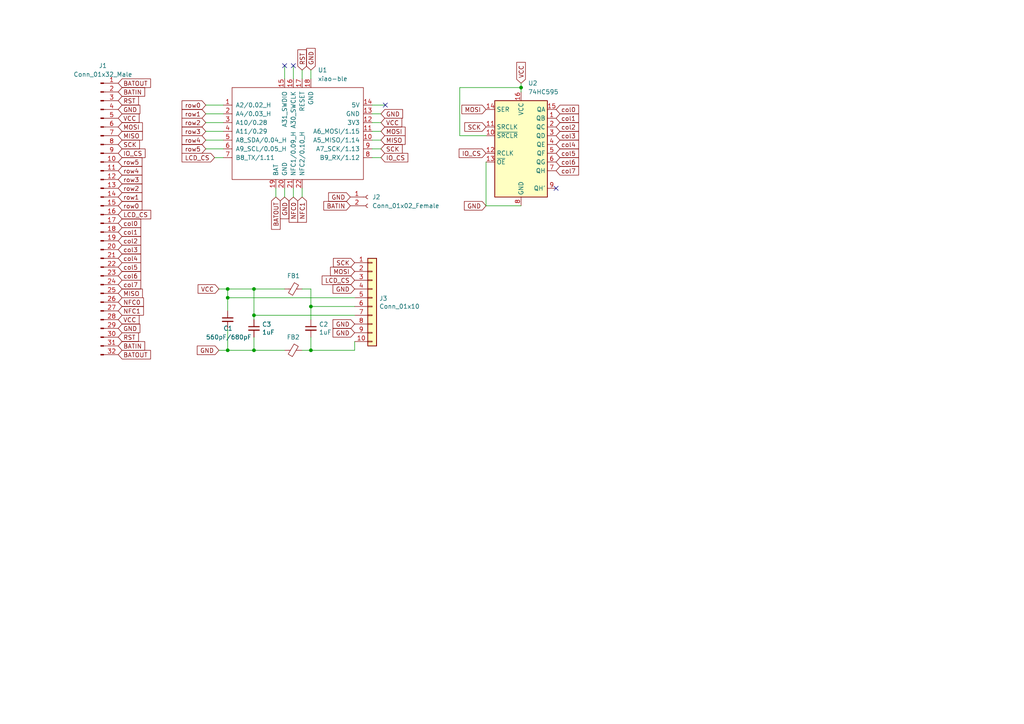
<source format=kicad_sch>
(kicad_sch (version 20211123) (generator eeschema)
  (paper "A4")
  (lib_symbols
    (symbol "74xx:74HC595"
      (property "Reference" "U" (at -7.62 13.97 0))
      (property "Value" "74HC595" (at -7.62 -16.51 0))
      (symbol "74HC595_1_0"
        (pin tri_state line (at 10.16 7.62 180) (length 2.54) (name "QB") (number "1"))
        (pin input line (at -10.16 2.54 0) (length 2.54) (name "~{SRCLR}") (number "10"))
        (pin input line (at -10.16 5.08 0) (length 2.54) (name "SRCLK") (number "11"))
        (pin input line (at -10.16 -2.54 0) (length 2.54) (name "RCLK") (number "12"))
        (pin input line (at -10.16 -5.08 0) (length 2.54) (name "~{OE}") (number "13"))
        (pin input line (at -10.16 10.16 0) (length 2.54) (name "SER") (number "14"))
        (pin tri_state line (at 10.16 10.16 180) (length 2.54) (name "QA") (number "15"))
        (pin power_in line (at 0 15.24 270) (length 2.54) (name "VCC") (number "16"))
        (pin tri_state line (at 10.16 5.08 180) (length 2.54) (name "QC") (number "2"))
        (pin tri_state line (at 10.16 2.54 180) (length 2.54) (name "QD") (number "3"))
        (pin tri_state line (at 10.16 0 180) (length 2.54) (name "QE") (number "4"))
        (pin tri_state line (at 10.16 -2.54 180) (length 2.54) (name "QF") (number "5"))
        (pin tri_state line (at 10.16 -5.08 180) (length 2.54) (name "QG") (number "6"))
        (pin tri_state line (at 10.16 -7.62 180) (length 2.54) (name "QH") (number "7"))
        (pin power_in line (at 0 -17.78 90) (length 2.54) (name "GND") (number "8"))
        (pin output line (at 10.16 -12.7 180) (length 2.54) (name "QH'") (number "9"))
      )
      (symbol "74HC595_1_1"
        (rectangle (start -7.62 12.7) (end 7.62 -15.24) (stroke (width 0.254)) (fill (type background)))
      )
    )
    (symbol "Connector:Conn_01x02_Female" (pin_names (offset 1.016) hide)
      (property "Reference" "J" (at 0 2.54 0))
      (property "Value" "Conn_01x02_Female" (at 0 -5.08 0))
      (symbol "Conn_01x02_Female_1_1"
        (arc (start 0 -2.032) (mid -0.508 -2.54) (end 0 -3.048) (stroke (width 0.1524)))
        (polyline (pts (xy -1.27 -2.54) (xy -0.508 -2.54)) (stroke (width 0.1524)))
        (polyline (pts (xy -1.27 0) (xy -0.508 0)) (stroke (width 0.1524)))
        (arc (start 0 0.508) (mid -0.508 0) (end 0 -0.508) (stroke (width 0.1524)))
        (pin passive line (at -5.08 0 0) (length 3.81) (name "Pin_1") (number "1"))
        (pin passive line (at -5.08 -2.54 0) (length 3.81) (name "Pin_2") (number "2"))
      )
    )
    (symbol "Connector:Conn_01x32_Male" (pin_names (offset 1.016) hide)
      (property "Reference" "J" (at 0 40.64 0))
      (property "Value" "Conn_01x32_Male" (at 0 -43.18 0))
      (symbol "Conn_01x32_Male_1_1"
        (polyline (pts (xy 1.27 -40.64) (xy 0.8636 -40.64)) (stroke (width 0.1524)))
        (polyline (pts (xy 1.27 -38.1) (xy 0.8636 -38.1)) (stroke (width 0.1524)))
        (polyline (pts (xy 1.27 -35.56) (xy 0.8636 -35.56)) (stroke (width 0.1524)))
        (polyline (pts (xy 1.27 -33.02) (xy 0.8636 -33.02)) (stroke (width 0.1524)))
        (polyline (pts (xy 1.27 -30.48) (xy 0.8636 -30.48)) (stroke (width 0.1524)))
        (polyline (pts (xy 1.27 -27.94) (xy 0.8636 -27.94)) (stroke (width 0.1524)))
        (polyline (pts (xy 1.27 -25.4) (xy 0.8636 -25.4)) (stroke (width 0.1524)))
        (polyline (pts (xy 1.27 -22.86) (xy 0.8636 -22.86)) (stroke (width 0.1524)))
        (polyline (pts (xy 1.27 -20.32) (xy 0.8636 -20.32)) (stroke (width 0.1524)))
        (polyline (pts (xy 1.27 -17.78) (xy 0.8636 -17.78)) (stroke (width 0.1524)))
        (polyline (pts (xy 1.27 -15.24) (xy 0.8636 -15.24)) (stroke (width 0.1524)))
        (polyline (pts (xy 1.27 -12.7) (xy 0.8636 -12.7)) (stroke (width 0.1524)))
        (polyline (pts (xy 1.27 -10.16) (xy 0.8636 -10.16)) (stroke (width 0.1524)))
        (polyline (pts (xy 1.27 -7.62) (xy 0.8636 -7.62)) (stroke (width 0.1524)))
        (polyline (pts (xy 1.27 -5.08) (xy 0.8636 -5.08)) (stroke (width 0.1524)))
        (polyline (pts (xy 1.27 -2.54) (xy 0.8636 -2.54)) (stroke (width 0.1524)))
        (polyline (pts (xy 1.27 0) (xy 0.8636 0)) (stroke (width 0.1524)))
        (polyline (pts (xy 1.27 2.54) (xy 0.8636 2.54)) (stroke (width 0.1524)))
        (polyline (pts (xy 1.27 5.08) (xy 0.8636 5.08)) (stroke (width 0.1524)))
        (polyline (pts (xy 1.27 7.62) (xy 0.8636 7.62)) (stroke (width 0.1524)))
        (polyline (pts (xy 1.27 10.16) (xy 0.8636 10.16)) (stroke (width 0.1524)))
        (polyline (pts (xy 1.27 12.7) (xy 0.8636 12.7)) (stroke (width 0.1524)))
        (polyline (pts (xy 1.27 15.24) (xy 0.8636 15.24)) (stroke (width 0.1524)))
        (polyline (pts (xy 1.27 17.78) (xy 0.8636 17.78)) (stroke (width 0.1524)))
        (polyline (pts (xy 1.27 20.32) (xy 0.8636 20.32)) (stroke (width 0.1524)))
        (polyline (pts (xy 1.27 22.86) (xy 0.8636 22.86)) (stroke (width 0.1524)))
        (polyline (pts (xy 1.27 25.4) (xy 0.8636 25.4)) (stroke (width 0.1524)))
        (polyline (pts (xy 1.27 27.94) (xy 0.8636 27.94)) (stroke (width 0.1524)))
        (polyline (pts (xy 1.27 30.48) (xy 0.8636 30.48)) (stroke (width 0.1524)))
        (polyline (pts (xy 1.27 33.02) (xy 0.8636 33.02)) (stroke (width 0.1524)))
        (polyline (pts (xy 1.27 35.56) (xy 0.8636 35.56)) (stroke (width 0.1524)))
        (polyline (pts (xy 1.27 38.1) (xy 0.8636 38.1)) (stroke (width 0.1524)))
        (rectangle (start 0.8636 -40.513) (end 0 -40.767) (stroke (width 0.1524)) (fill (type outline)))
        (rectangle (start 0.8636 -37.973) (end 0 -38.227) (stroke (width 0.1524)) (fill (type outline)))
        (rectangle (start 0.8636 -35.433) (end 0 -35.687) (stroke (width 0.1524)) (fill (type outline)))
        (rectangle (start 0.8636 -32.893) (end 0 -33.147) (stroke (width 0.1524)) (fill (type outline)))
        (rectangle (start 0.8636 -30.353) (end 0 -30.607) (stroke (width 0.1524)) (fill (type outline)))
        (rectangle (start 0.8636 -27.813) (end 0 -28.067) (stroke (width 0.1524)) (fill (type outline)))
        (rectangle (start 0.8636 -25.273) (end 0 -25.527) (stroke (width 0.1524)) (fill (type outline)))
        (rectangle (start 0.8636 -22.733) (end 0 -22.987) (stroke (width 0.1524)) (fill (type outline)))
        (rectangle (start 0.8636 -20.193) (end 0 -20.447) (stroke (width 0.1524)) (fill (type outline)))
        (rectangle (start 0.8636 -17.653) (end 0 -17.907) (stroke (width 0.1524)) (fill (type outline)))
        (rectangle (start 0.8636 -15.113) (end 0 -15.367) (stroke (width 0.1524)) (fill (type outline)))
        (rectangle (start 0.8636 -12.573) (end 0 -12.827) (stroke (width 0.1524)) (fill (type outline)))
        (rectangle (start 0.8636 -10.033) (end 0 -10.287) (stroke (width 0.1524)) (fill (type outline)))
        (rectangle (start 0.8636 -7.493) (end 0 -7.747) (stroke (width 0.1524)) (fill (type outline)))
        (rectangle (start 0.8636 -4.953) (end 0 -5.207) (stroke (width 0.1524)) (fill (type outline)))
        (rectangle (start 0.8636 -2.413) (end 0 -2.667) (stroke (width 0.1524)) (fill (type outline)))
        (rectangle (start 0.8636 0.127) (end 0 -0.127) (stroke (width 0.1524)) (fill (type outline)))
        (rectangle (start 0.8636 2.667) (end 0 2.413) (stroke (width 0.1524)) (fill (type outline)))
        (rectangle (start 0.8636 5.207) (end 0 4.953) (stroke (width 0.1524)) (fill (type outline)))
        (rectangle (start 0.8636 7.747) (end 0 7.493) (stroke (width 0.1524)) (fill (type outline)))
        (rectangle (start 0.8636 10.287) (end 0 10.033) (stroke (width 0.1524)) (fill (type outline)))
        (rectangle (start 0.8636 12.827) (end 0 12.573) (stroke (width 0.1524)) (fill (type outline)))
        (rectangle (start 0.8636 15.367) (end 0 15.113) (stroke (width 0.1524)) (fill (type outline)))
        (rectangle (start 0.8636 17.907) (end 0 17.653) (stroke (width 0.1524)) (fill (type outline)))
        (rectangle (start 0.8636 20.447) (end 0 20.193) (stroke (width 0.1524)) (fill (type outline)))
        (rectangle (start 0.8636 22.987) (end 0 22.733) (stroke (width 0.1524)) (fill (type outline)))
        (rectangle (start 0.8636 25.527) (end 0 25.273) (stroke (width 0.1524)) (fill (type outline)))
        (rectangle (start 0.8636 28.067) (end 0 27.813) (stroke (width 0.1524)) (fill (type outline)))
        (rectangle (start 0.8636 30.607) (end 0 30.353) (stroke (width 0.1524)) (fill (type outline)))
        (rectangle (start 0.8636 33.147) (end 0 32.893) (stroke (width 0.1524)) (fill (type outline)))
        (rectangle (start 0.8636 35.687) (end 0 35.433) (stroke (width 0.1524)) (fill (type outline)))
        (rectangle (start 0.8636 38.227) (end 0 37.973) (stroke (width 0.1524)) (fill (type outline)))
        (pin passive line (at 5.08 38.1 180) (length 3.81) (name "Pin_1") (number "1"))
        (pin passive line (at 5.08 15.24 180) (length 3.81) (name "Pin_10") (number "10"))
        (pin passive line (at 5.08 12.7 180) (length 3.81) (name "Pin_11") (number "11"))
        (pin passive line (at 5.08 10.16 180) (length 3.81) (name "Pin_12") (number "12"))
        (pin passive line (at 5.08 7.62 180) (length 3.81) (name "Pin_13") (number "13"))
        (pin passive line (at 5.08 5.08 180) (length 3.81) (name "Pin_14") (number "14"))
        (pin passive line (at 5.08 2.54 180) (length 3.81) (name "Pin_15") (number "15"))
        (pin passive line (at 5.08 0 180) (length 3.81) (name "Pin_16") (number "16"))
        (pin passive line (at 5.08 -2.54 180) (length 3.81) (name "Pin_17") (number "17"))
        (pin passive line (at 5.08 -5.08 180) (length 3.81) (name "Pin_18") (number "18"))
        (pin passive line (at 5.08 -7.62 180) (length 3.81) (name "Pin_19") (number "19"))
        (pin passive line (at 5.08 35.56 180) (length 3.81) (name "Pin_2") (number "2"))
        (pin passive line (at 5.08 -10.16 180) (length 3.81) (name "Pin_20") (number "20"))
        (pin passive line (at 5.08 -12.7 180) (length 3.81) (name "Pin_21") (number "21"))
        (pin passive line (at 5.08 -15.24 180) (length 3.81) (name "Pin_22") (number "22"))
        (pin passive line (at 5.08 -17.78 180) (length 3.81) (name "Pin_23") (number "23"))
        (pin passive line (at 5.08 -20.32 180) (length 3.81) (name "Pin_24") (number "24"))
        (pin passive line (at 5.08 -22.86 180) (length 3.81) (name "Pin_25") (number "25"))
        (pin passive line (at 5.08 -25.4 180) (length 3.81) (name "Pin_26") (number "26"))
        (pin passive line (at 5.08 -27.94 180) (length 3.81) (name "Pin_27") (number "27"))
        (pin passive line (at 5.08 -30.48 180) (length 3.81) (name "Pin_28") (number "28"))
        (pin passive line (at 5.08 -33.02 180) (length 3.81) (name "Pin_29") (number "29"))
        (pin passive line (at 5.08 33.02 180) (length 3.81) (name "Pin_3") (number "3"))
        (pin passive line (at 5.08 -35.56 180) (length 3.81) (name "Pin_30") (number "30"))
        (pin passive line (at 5.08 -38.1 180) (length 3.81) (name "Pin_31") (number "31"))
        (pin passive line (at 5.08 -40.64 180) (length 3.81) (name "Pin_32") (number "32"))
        (pin passive line (at 5.08 30.48 180) (length 3.81) (name "Pin_4") (number "4"))
        (pin passive line (at 5.08 27.94 180) (length 3.81) (name "Pin_5") (number "5"))
        (pin passive line (at 5.08 25.4 180) (length 3.81) (name "Pin_6") (number "6"))
        (pin passive line (at 5.08 22.86 180) (length 3.81) (name "Pin_7") (number "7"))
        (pin passive line (at 5.08 20.32 180) (length 3.81) (name "Pin_8") (number "8"))
        (pin passive line (at 5.08 17.78 180) (length 3.81) (name "Pin_9") (number "9"))
      )
    )
    (symbol "Connector_Generic:Conn_01x10" (pin_names (offset 1.016) hide)
      (property "Reference" "J" (at 0 12.7 0))
      (property "Value" "Conn_01x10" (at 0 -15.24 0))
      (symbol "Conn_01x10_1_1"
        (rectangle (start -1.27 -12.573) (end 0 -12.827) (stroke (width 0.1524)))
        (rectangle (start -1.27 -10.033) (end 0 -10.287) (stroke (width 0.1524)))
        (rectangle (start -1.27 -7.493) (end 0 -7.747) (stroke (width 0.1524)))
        (rectangle (start -1.27 -4.953) (end 0 -5.207) (stroke (width 0.1524)))
        (rectangle (start -1.27 -2.413) (end 0 -2.667) (stroke (width 0.1524)))
        (rectangle (start -1.27 0.127) (end 0 -0.127) (stroke (width 0.1524)))
        (rectangle (start -1.27 2.667) (end 0 2.413) (stroke (width 0.1524)))
        (rectangle (start -1.27 5.207) (end 0 4.953) (stroke (width 0.1524)))
        (rectangle (start -1.27 7.747) (end 0 7.493) (stroke (width 0.1524)))
        (rectangle (start -1.27 10.287) (end 0 10.033) (stroke (width 0.1524)))
        (rectangle (start -1.27 11.43) (end 1.27 -13.97) (stroke (width 0.254)) (fill (type background)))
        (pin passive line (at -5.08 10.16 0) (length 3.81) (name "Pin_1") (number "1"))
        (pin passive line (at -5.08 -12.7 0) (length 3.81) (name "Pin_10") (number "10"))
        (pin passive line (at -5.08 7.62 0) (length 3.81) (name "Pin_2") (number "2"))
        (pin passive line (at -5.08 5.08 0) (length 3.81) (name "Pin_3") (number "3"))
        (pin passive line (at -5.08 2.54 0) (length 3.81) (name "Pin_4") (number "4"))
        (pin passive line (at -5.08 0 0) (length 3.81) (name "Pin_5") (number "5"))
        (pin passive line (at -5.08 -2.54 0) (length 3.81) (name "Pin_6") (number "6"))
        (pin passive line (at -5.08 -5.08 0) (length 3.81) (name "Pin_7") (number "7"))
        (pin passive line (at -5.08 -7.62 0) (length 3.81) (name "Pin_8") (number "8"))
        (pin passive line (at -5.08 -10.16 0) (length 3.81) (name "Pin_9") (number "9"))
      )
    )
    (symbol "Device:C_Small" (pin_numbers hide) (pin_names (offset 0.254) hide)
      (property "Reference" "C" (at 0.254 1.778 0))
      (property "Value" "C_Small" (at 0.254 -2.032 0))
      (symbol "C_Small_0_1"
        (polyline (pts (xy -1.524 -0.508) (xy 1.524 -0.508)) (stroke (width 0.3302)))
        (polyline (pts (xy -1.524 0.508) (xy 1.524 0.508)) (stroke (width 0.3048)))
      )
      (symbol "C_Small_1_1"
        (pin passive line (at 0 2.54 270) (length 2.032) (name "~") (number "1"))
        (pin passive line (at 0 -2.54 90) (length 2.032) (name "~") (number "2"))
      )
    )
    (symbol "Device:FerriteBead_Small" (pin_numbers hide) (pin_names (offset 0))
      (property "Reference" "FB" (at 1.905 1.27 0))
      (property "Value" "FerriteBead_Small" (at 1.905 -1.27 0))
      (symbol "FerriteBead_Small_0_1"
        (polyline (pts (xy 0 -1.27) (xy 0 -0.7874)))
        (polyline (pts (xy 0 0.889) (xy 0 1.2954)))
        (polyline (pts (xy -1.8288 0.2794) (xy -1.1176 1.4986) (xy 1.8288 -0.2032) (xy 1.1176 -1.4224) (xy -1.8288 0.2794)))
      )
      (symbol "FerriteBead_Small_1_1"
        (pin passive line (at 0 2.54 270) (length 1.27) (name "~") (number "1"))
        (pin passive line (at 0 -2.54 90) (length 1.27) (name "~") (number "2"))
      )
    )
    (symbol "xiao:xiao-ble" (pin_names (offset 1.016))
      (property "Reference" "U" (at -17.78 16.51 0))
      (property "Value" "xiao-ble" (at -15.24 13.97 0))
      (symbol "xiao-ble_0_1"
        (rectangle (start -19.05 12.7) (end 19.05 -13.97))
      )
      (symbol "xiao-ble_1_1"
        (pin bidirectional line (at -21.59 7.62 0) (length 2.54) (name "A2/0.02_H") (number "1"))
        (pin bidirectional line (at 21.59 -2.54 180) (length 2.54) (name "A5_MISO/1.14") (number "10"))
        (pin bidirectional line (at 21.59 0 180) (length 2.54) (name "A6_MOSI/1.15") (number "11"))
        (pin power_out line (at 21.59 2.54 180) (length 2.54) (name "3V3") (number "12"))
        (pin power_out line (at 21.59 5.08 180) (length 2.54) (name "GND") (number "13"))
        (pin power_out line (at 21.59 7.62 180) (length 2.54) (name "5V") (number "14"))
        (pin input line (at -3.81 15.24 270) (length 2.54) (name "A31_SWDIO") (number "15"))
        (pin input line (at -1.27 15.24 270) (length 2.54) (name "A30_SWCLK") (number "16"))
        (pin input line (at 1.27 15.24 270) (length 2.54) (name "RESET") (number "17"))
        (pin power_out line (at 3.81 15.24 270) (length 2.54) (name "GND") (number "18"))
        (pin bidirectional line (at -6.35 -16.51 90) (length 2.54) (name "BAT") (number "19"))
        (pin bidirectional line (at -21.59 5.08 0) (length 2.54) (name "A4/0.03_H") (number "2"))
        (pin power_out line (at -3.81 -16.51 90) (length 2.54) (name "GND") (number "20"))
        (pin bidirectional line (at -1.27 -16.51 90) (length 2.54) (name "NFC1/0.09_H") (number "21"))
        (pin bidirectional line (at 1.27 -16.51 90) (length 2.54) (name "NFC2/0.10_H") (number "22"))
        (pin bidirectional line (at -21.59 2.54 0) (length 2.54) (name "A10/0.28") (number "3"))
        (pin bidirectional line (at -21.59 0 0) (length 2.54) (name "A11/0.29") (number "4"))
        (pin bidirectional line (at -21.59 -2.54 0) (length 2.54) (name "A8_SDA/0.04_H") (number "5"))
        (pin bidirectional line (at -21.59 -5.08 0) (length 2.54) (name "A9_SCL/0.05_H") (number "6"))
        (pin bidirectional line (at -21.59 -7.62 0) (length 2.54) (name "B8_TX/1.11") (number "7"))
        (pin bidirectional line (at 21.59 -7.62 180) (length 2.54) (name "B9_RX/1.12") (number "8"))
        (pin bidirectional line (at 21.59 -5.08 180) (length 2.54) (name "A7_SCK/1.13") (number "9"))
      )
    )
  )
  (junction (at 66.04 101.6))
  (junction (at 73.66 101.6))
  (junction (at 73.66 83.82))
  (junction (at 151.13 25.4))
  (junction (at 73.66 91.44))
  (junction (at 66.04 86.36))
  (junction (at 66.04 83.82))
  (junction (at 90.17 101.6))
  (junction (at 90.17 88.9))
  (no_connect (at 82.55 19.05))
  (no_connect (at 111.76 30.48))
  (no_connect (at 161.29 54.61))
  (no_connect (at 85.09 19.05))
  (wire (pts (xy 80.01 54.61) (xy 80.01 57.15)))
  (wire (pts (xy 90.17 88.9) (xy 90.17 92.71)))
  (wire (pts (xy 107.95 33.02) (xy 110.49 33.02)))
  (wire (pts (xy 59.69 35.56) (xy 64.77 35.56)))
  (wire (pts (xy 59.69 40.64) (xy 64.77 40.64)))
  (wire (pts (xy 107.95 30.48) (xy 111.76 30.48)))
  (wire (pts (xy 66.04 95.25) (xy 66.04 101.6)))
  (wire (pts (xy 151.13 24.13) (xy 151.13 25.4)))
  (wire (pts (xy 82.55 19.05) (xy 82.55 22.86)))
  (wire (pts (xy 107.95 40.64) (xy 110.49 40.64)))
  (wire (pts (xy 107.95 38.1) (xy 110.49 38.1)))
  (wire (pts (xy 73.66 101.6) (xy 82.55 101.6)))
  (wire (pts (xy 73.66 83.82) (xy 73.66 91.44)))
  (wire (pts (xy 66.04 86.36) (xy 102.87 86.36)))
  (wire (pts (xy 90.17 88.9) (xy 102.87 88.9)))
  (wire (pts (xy 73.66 83.82) (xy 82.55 83.82)))
  (wire (pts (xy 133.35 25.4) (xy 133.35 39.37)))
  (wire (pts (xy 102.87 99.06) (xy 102.87 101.6)))
  (wire (pts (xy 63.5 101.6) (xy 66.04 101.6)))
  (wire (pts (xy 62.23 45.72) (xy 64.77 45.72)))
  (wire (pts (xy 85.09 54.61) (xy 85.09 57.15)))
  (wire (pts (xy 73.66 91.44) (xy 102.87 91.44)))
  (wire (pts (xy 63.5 83.82) (xy 66.04 83.82)))
  (wire (pts (xy 82.55 54.61) (xy 82.55 57.15)))
  (wire (pts (xy 107.95 45.72) (xy 110.49 45.72)))
  (wire (pts (xy 73.66 91.44) (xy 73.66 92.71)))
  (wire (pts (xy 85.09 19.05) (xy 85.09 22.86)))
  (wire (pts (xy 90.17 97.79) (xy 90.17 101.6)))
  (wire (pts (xy 151.13 25.4) (xy 151.13 26.67)))
  (wire (pts (xy 87.63 101.6) (xy 90.17 101.6)))
  (wire (pts (xy 87.63 20.32) (xy 87.63 22.86)))
  (wire (pts (xy 87.63 54.61) (xy 87.63 57.15)))
  (wire (pts (xy 90.17 101.6) (xy 102.87 101.6)))
  (wire (pts (xy 73.66 97.79) (xy 73.66 101.6)))
  (wire (pts (xy 87.63 83.82) (xy 90.17 83.82)))
  (wire (pts (xy 140.97 46.99) (xy 140.97 59.69)))
  (wire (pts (xy 59.69 38.1) (xy 64.77 38.1)))
  (wire (pts (xy 107.95 35.56) (xy 110.49 35.56)))
  (wire (pts (xy 66.04 83.82) (xy 66.04 86.36)))
  (wire (pts (xy 90.17 83.82) (xy 90.17 88.9)))
  (wire (pts (xy 66.04 101.6) (xy 73.66 101.6)))
  (wire (pts (xy 107.95 43.18) (xy 110.49 43.18)))
  (wire (pts (xy 90.17 20.32) (xy 90.17 22.86)))
  (wire (pts (xy 59.69 43.18) (xy 64.77 43.18)))
  (wire (pts (xy 140.97 59.69) (xy 151.13 59.69)))
  (wire (pts (xy 66.04 90.17) (xy 66.04 86.36)))
  (wire (pts (xy 59.69 33.02) (xy 64.77 33.02)))
  (wire (pts (xy 151.13 25.4) (xy 133.35 25.4)))
  (wire (pts (xy 59.69 30.48) (xy 64.77 30.48)))
  (wire (pts (xy 66.04 83.82) (xy 73.66 83.82)))
  (wire (pts (xy 133.35 39.37) (xy 140.97 39.37)))
  (global_label "col3" (shape input) (at 34.29 72.39 0) (property "Intersheet References" "${INTERSHEET_REFS}" (effects hide)))
  (global_label "VCC" (shape input) (at 34.29 92.71 0) (property "Intersheet References" "${INTERSHEET_REFS}" (effects hide)))
  (global_label "SCK" (shape input) (at 102.87 76.2 180) (property "Intersheet References" "${INTERSHEET_REFS}" (effects hide)))
  (global_label "MOSI" (shape input) (at 140.97 31.75 180) (property "Intersheet References" "${INTERSHEET_REFS}" (effects hide)))
  (global_label "BATOUT" (shape input) (at 80.01 57.15 270) (property "Intersheet References" "${INTERSHEET_REFS}" (effects hide)))
  (global_label "GND" (shape input) (at 34.29 95.25 0) (property "Intersheet References" "${INTERSHEET_REFS}" (effects hide)))
  (global_label "row2" (shape input) (at 59.69 35.56 180) (property "Intersheet References" "${INTERSHEET_REFS}" (effects hide)))
  (global_label "VCC" (shape input) (at 151.13 24.13 90) (property "Intersheet References" "${INTERSHEET_REFS}" (effects hide)))
  (global_label "MOSI" (shape input) (at 110.49 38.1 0) (property "Intersheet References" "${INTERSHEET_REFS}" (effects hide)))
  (global_label "GND" (shape input) (at 90.17 20.32 90) (property "Intersheet References" "${INTERSHEET_REFS}" (effects hide)))
  (global_label "row1" (shape input) (at 34.29 57.15 0) (property "Intersheet References" "${INTERSHEET_REFS}" (effects hide)))
  (global_label "MISO" (shape input) (at 110.49 40.64 0) (property "Intersheet References" "${INTERSHEET_REFS}" (effects hide)))
  (global_label "MOSI" (shape input) (at 102.87 78.74 180) (property "Intersheet References" "${INTERSHEET_REFS}" (effects hide)))
  (global_label "col3" (shape input) (at 161.29 39.37 0) (property "Intersheet References" "${INTERSHEET_REFS}" (effects hide)))
  (global_label "row5" (shape input) (at 59.69 43.18 180) (property "Intersheet References" "${INTERSHEET_REFS}" (effects hide)))
  (global_label "RST" (shape input) (at 34.29 29.21 0) (property "Intersheet References" "${INTERSHEET_REFS}" (effects hide)))
  (global_label "row0" (shape input) (at 34.29 59.69 0) (property "Intersheet References" "${INTERSHEET_REFS}" (effects hide)))
  (global_label "MISO" (shape input) (at 34.29 39.37 0) (property "Intersheet References" "${INTERSHEET_REFS}" (effects hide)))
  (global_label "BATIN" (shape input) (at 101.6 59.69 180) (property "Intersheet References" "${INTERSHEET_REFS}" (effects hide)))
  (global_label "SCK" (shape input) (at 140.97 36.83 180) (property "Intersheet References" "${INTERSHEET_REFS}" (effects hide)))
  (global_label "NFC0" (shape input) (at 34.29 87.63 0) (property "Intersheet References" "${INTERSHEET_REFS}" (effects hide)))
  (global_label "SCK" (shape input) (at 110.49 43.18 0) (property "Intersheet References" "${INTERSHEET_REFS}" (effects hide)))
  (global_label "GND" (shape input) (at 102.87 83.82 180) (property "Intersheet References" "${INTERSHEET_REFS}" (effects hide)))
  (global_label "row4" (shape input) (at 34.29 49.53 0) (property "Intersheet References" "${INTERSHEET_REFS}" (effects hide)))
  (global_label "GND" (shape input) (at 110.49 33.02 0) (property "Intersheet References" "${INTERSHEET_REFS}" (effects hide)))
  (global_label "col7" (shape input) (at 34.29 82.55 0) (property "Intersheet References" "${INTERSHEET_REFS}" (effects hide)))
  (global_label "col4" (shape input) (at 34.29 74.93 0) (property "Intersheet References" "${INTERSHEET_REFS}" (effects hide)))
  (global_label "GND" (shape input) (at 82.55 57.15 270) (property "Intersheet References" "${INTERSHEET_REFS}" (effects hide)))
  (global_label "GND" (shape input) (at 63.5 101.6 180) (property "Intersheet References" "${INTERSHEET_REFS}" (effects hide)))
  (global_label "col5" (shape input) (at 34.29 77.47 0) (property "Intersheet References" "${INTERSHEET_REFS}" (effects hide)))
  (global_label "row0" (shape input) (at 59.69 30.48 180) (property "Intersheet References" "${INTERSHEET_REFS}" (effects hide)))
  (global_label "GND" (shape input) (at 102.87 93.98 180) (property "Intersheet References" "${INTERSHEET_REFS}" (effects hide)))
  (global_label "LCD_CS" (shape input) (at 102.87 81.28 180) (property "Intersheet References" "${INTERSHEET_REFS}" (effects hide)))
  (global_label "col6" (shape input) (at 161.29 46.99 0) (property "Intersheet References" "${INTERSHEET_REFS}" (effects hide)))
  (global_label "MOSI" (shape input) (at 34.29 36.83 0) (property "Intersheet References" "${INTERSHEET_REFS}" (effects hide)))
  (global_label "BATOUT" (shape input) (at 34.29 102.87 0) (property "Intersheet References" "${INTERSHEET_REFS}" (effects hide)))
  (global_label "IO_CS" (shape input) (at 110.49 45.72 0) (property "Intersheet References" "${INTERSHEET_REFS}" (effects hide)))
  (global_label "MISO" (shape input) (at 34.29 85.09 0) (property "Intersheet References" "${INTERSHEET_REFS}" (effects hide)))
  (global_label "GND" (shape input) (at 102.87 96.52 180) (property "Intersheet References" "${INTERSHEET_REFS}" (effects hide)))
  (global_label "GND" (shape input) (at 34.29 31.75 0) (property "Intersheet References" "${INTERSHEET_REFS}" (effects hide)))
  (global_label "BATIN" (shape input) (at 34.29 26.67 0) (property "Intersheet References" "${INTERSHEET_REFS}" (effects hide)))
  (global_label "col4" (shape input) (at 161.29 41.91 0) (property "Intersheet References" "${INTERSHEET_REFS}" (effects hide)))
  (global_label "row1" (shape input) (at 59.69 33.02 180) (property "Intersheet References" "${INTERSHEET_REFS}" (effects hide)))
  (global_label "RST" (shape input) (at 34.29 97.79 0) (property "Intersheet References" "${INTERSHEET_REFS}" (effects hide)))
  (global_label "GND" (shape input) (at 140.97 59.69 180) (property "Intersheet References" "${INTERSHEET_REFS}" (effects hide)))
  (global_label "SCK" (shape input) (at 34.29 41.91 0) (property "Intersheet References" "${INTERSHEET_REFS}" (effects hide)))
  (global_label "row5" (shape input) (at 34.29 46.99 0) (property "Intersheet References" "${INTERSHEET_REFS}" (effects hide)))
  (global_label "row3" (shape input) (at 34.29 52.07 0) (property "Intersheet References" "${INTERSHEET_REFS}" (effects hide)))
  (global_label "col6" (shape input) (at 34.29 80.01 0) (property "Intersheet References" "${INTERSHEET_REFS}" (effects hide)))
  (global_label "GND" (shape input) (at 101.6 57.15 180) (property "Intersheet References" "${INTERSHEET_REFS}" (effects hide)))
  (global_label "col5" (shape input) (at 161.29 44.45 0) (property "Intersheet References" "${INTERSHEET_REFS}" (effects hide)))
  (global_label "LCD_CS" (shape input) (at 34.29 62.23 0) (property "Intersheet References" "${INTERSHEET_REFS}" (effects hide)))
  (global_label "col0" (shape input) (at 161.29 31.75 0) (property "Intersheet References" "${INTERSHEET_REFS}" (effects hide)))
  (global_label "row2" (shape input) (at 34.29 54.61 0) (property "Intersheet References" "${INTERSHEET_REFS}" (effects hide)))
  (global_label "IO_CS" (shape input) (at 34.29 44.45 0) (property "Intersheet References" "${INTERSHEET_REFS}" (effects hide)))
  (global_label "col1" (shape input) (at 161.29 34.29 0) (property "Intersheet References" "${INTERSHEET_REFS}" (effects hide)))
  (global_label "BATOUT" (shape input) (at 34.29 24.13 0) (property "Intersheet References" "${INTERSHEET_REFS}" (effects hide)))
  (global_label "row3" (shape input) (at 59.69 38.1 180) (property "Intersheet References" "${INTERSHEET_REFS}" (effects hide)))
  (global_label "VCC" (shape input) (at 110.49 35.56 0) (property "Intersheet References" "${INTERSHEET_REFS}" (effects hide)))
  (global_label "col0" (shape input) (at 34.29 64.77 0) (property "Intersheet References" "${INTERSHEET_REFS}" (effects hide)))
  (global_label "col1" (shape input) (at 34.29 67.31 0) (property "Intersheet References" "${INTERSHEET_REFS}" (effects hide)))
  (global_label "VCC" (shape input) (at 63.5 83.82 180) (property "Intersheet References" "${INTERSHEET_REFS}" (effects hide)))
  (global_label "col2" (shape input) (at 161.29 36.83 0) (property "Intersheet References" "${INTERSHEET_REFS}" (effects hide)))
  (global_label "NFC0" (shape input) (at 85.09 57.15 270) (property "Intersheet References" "${INTERSHEET_REFS}" (effects hide)))
  (global_label "col7" (shape input) (at 161.29 49.53 0) (property "Intersheet References" "${INTERSHEET_REFS}" (effects hide)))
  (global_label "IO_CS" (shape input) (at 140.97 44.45 180) (property "Intersheet References" "${INTERSHEET_REFS}" (effects hide)))
  (global_label "NFC1" (shape input) (at 34.29 90.17 0) (property "Intersheet References" "${INTERSHEET_REFS}" (effects hide)))
  (global_label "BATIN" (shape input) (at 34.29 100.33 0) (property "Intersheet References" "${INTERSHEET_REFS}" (effects hide)))
  (global_label "col2" (shape input) (at 34.29 69.85 0) (property "Intersheet References" "${INTERSHEET_REFS}" (effects hide)))
  (global_label "NFC1" (shape input) (at 87.63 57.15 270) (property "Intersheet References" "${INTERSHEET_REFS}" (effects hide)))
  (global_label "VCC" (shape input) (at 34.29 34.29 0) (property "Intersheet References" "${INTERSHEET_REFS}" (effects hide)))
  (global_label "row4" (shape input) (at 59.69 40.64 180) (property "Intersheet References" "${INTERSHEET_REFS}" (effects hide)))
  (global_label "RST" (shape input) (at 87.63 20.32 90) (property "Intersheet References" "${INTERSHEET_REFS}" (effects hide)))
  (global_label "LCD_CS" (shape input) (at 62.23 45.72 180) (property "Intersheet References" "${INTERSHEET_REFS}" (effects hide)))
  (symbol (lib_id "Connector_Generic:Conn_01x10") (at 107.95 86.36 0) (unit 1)
    (property "Reference" "J3" (at 109.982 86.5632 0) (effects (justify left)))
    (property "Value" "Conn_01x10" (at 109.982 88.8746 0) (effects (justify left)))
    (property "Footprint" "Connector_FFC-FPC:Hirose_FH12-10S-0.5SH_1x10-1MP_P0.50mm_Horizontal" (effects hide))
    (property "LCSC" "C506791" (effects hide))
  )
  (symbol (lib_id "xiao:xiao-ble") (at 86.36 38.1 0) (unit 1)
    (property "Reference" "U1" (at 92.1894 20.32 0) (effects (justify left)))
    (property "Value" "xiao-ble" (at 92.1894 22.86 0) (effects (justify left)))
    (property "Footprint" "User_Footprints:xiao-ble-smd-cutout-nfc" (effects hide))
  )
  (symbol (lib_id "Device:C_Small") (at 90.17 95.25 0) (unit 1)
    (property "Reference" "C2" (at 92.5068 94.0816 0) (effects (justify left)))
    (property "Value" "1uF" (at 92.5068 96.393 0) (effects (justify left)))
    (property "Footprint" "Capacitor_SMD:C_0805_2012Metric_Pad1.18x1.45mm_HandSolder" (effects hide))
    (property "LCSC" "C15849" (effects hide))
  )
  (symbol (lib_id "Device:FerriteBead_Small") (at 85.09 101.6 90) (unit 1)
    (property "Reference" "FB2" (at 85.0519 97.79 90))
    (property "Value" "FerriteBead_Small" (effects hide))
    (property "Footprint" "Resistor_SMD:R_0805_2012Metric_Pad1.20x1.40mm_HandSolder" (effects hide))
  )
  (symbol (lib_id "74xx:74HC595") (at 151.13 41.91 0) (unit 1)
    (property "Reference" "U2" (at 153.1494 24.13 0) (effects (justify left)))
    (property "Value" "74HC595" (at 153.1494 26.67 0) (effects (justify left)))
    (property "Footprint" "Package_SO:SOIC-16_3.9x9.9mm_P1.27mm" (effects hide))
    (property "Datasheet" "http://www.ti.com/lit/ds/symlink/sn74hc595.pdf" (effects hide))
  )
  (symbol (lib_id "Device:C_Small") (at 73.66 95.25 0) (unit 1)
    (property "Reference" "C3" (at 75.9968 94.0816 0) (effects (justify left)))
    (property "Value" "1uF " (at 75.9968 96.393 0) (effects (justify left)))
    (property "Footprint" "Capacitor_SMD:C_0805_2012Metric_Pad1.18x1.45mm_HandSolder" (effects hide))
    (property "LCSC" "C15849" (effects hide))
  )
  (symbol (lib_id "Connector:Conn_01x32_Male") (at 29.21 62.23 0) (unit 1)
    (property "Reference" "J1" (at 29.845 19.05 0))
    (property "Value" "Conn_01x32_Male" (at 29.845 21.59 0))
    (property "Footprint" "User_Footprints:GameBoy_GamePak_AGB-002_P1.50mm_Edge" (effects hide))
  )
  (symbol (lib_id "Device:FerriteBead_Small") (at 85.09 83.82 270) (unit 1)
    (property "Reference" "FB1" (at 85.1281 80.01 90))
    (property "Value" "FerriteBead_Small" (effects hide))
    (property "Footprint" "Resistor_SMD:R_0805_2012Metric_Pad1.20x1.40mm_HandSolder" (effects hide))
  )
  (symbol (lib_id "Device:C_Small") (at 66.04 92.71 0) (unit 1)
    (property "Reference" "C1" (at 64.77 95.25 0) (effects (justify left)))
    (property "Value" "560pF/680pF" (at 59.69 97.79 0) (effects (justify left)))
    (property "Footprint" "Capacitor_SMD:C_0805_2012Metric_Pad1.18x1.45mm_HandSolder" (effects hide))
    (property "LCSC" "C84721" (effects hide))
  )
  (symbol (lib_id "Connector:Conn_01x02_Female") (at 106.68 57.15 0) (unit 1)
    (property "Reference" "J2" (at 107.95 57.1499 0) (effects (justify left)))
    (property "Value" "Conn_01x02_Female" (at 107.95 59.6899 0) (effects (justify left)))
    (property "Footprint" "Connector_Wire:SolderWire-0.1sqmm_1x02_P3.6mm_D0.4mm_OD1mm" (effects hide))
  )
)
</source>
